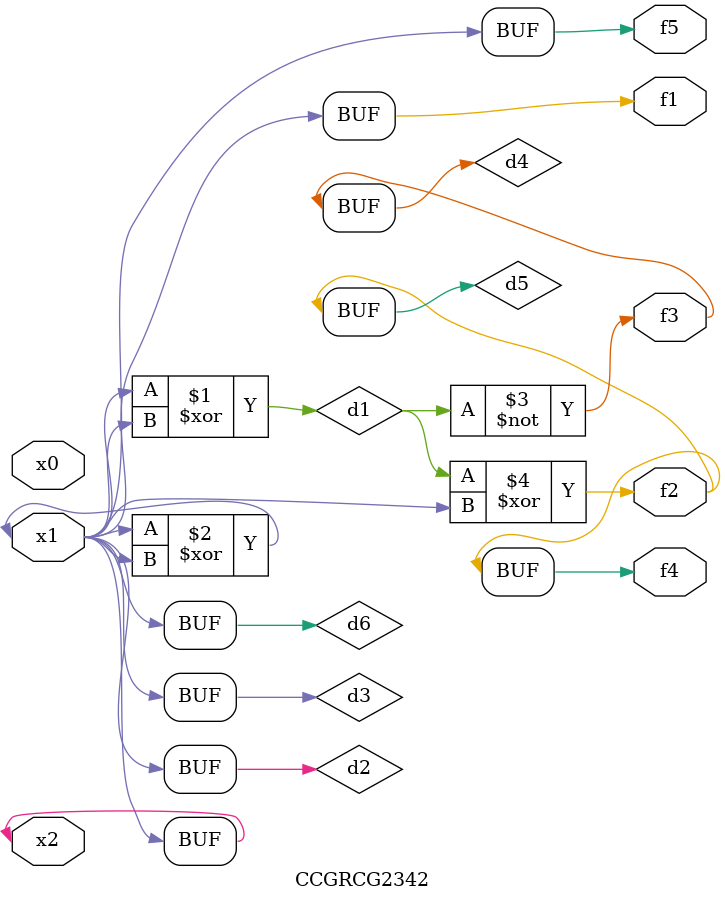
<source format=v>
module CCGRCG2342(
	input x0, x1, x2,
	output f1, f2, f3, f4, f5
);

	wire d1, d2, d3, d4, d5, d6;

	xor (d1, x1, x2);
	buf (d2, x1, x2);
	xor (d3, x1, x2);
	nor (d4, d1);
	xor (d5, d1, d2);
	buf (d6, d2, d3);
	assign f1 = d6;
	assign f2 = d5;
	assign f3 = d4;
	assign f4 = d5;
	assign f5 = d6;
endmodule

</source>
